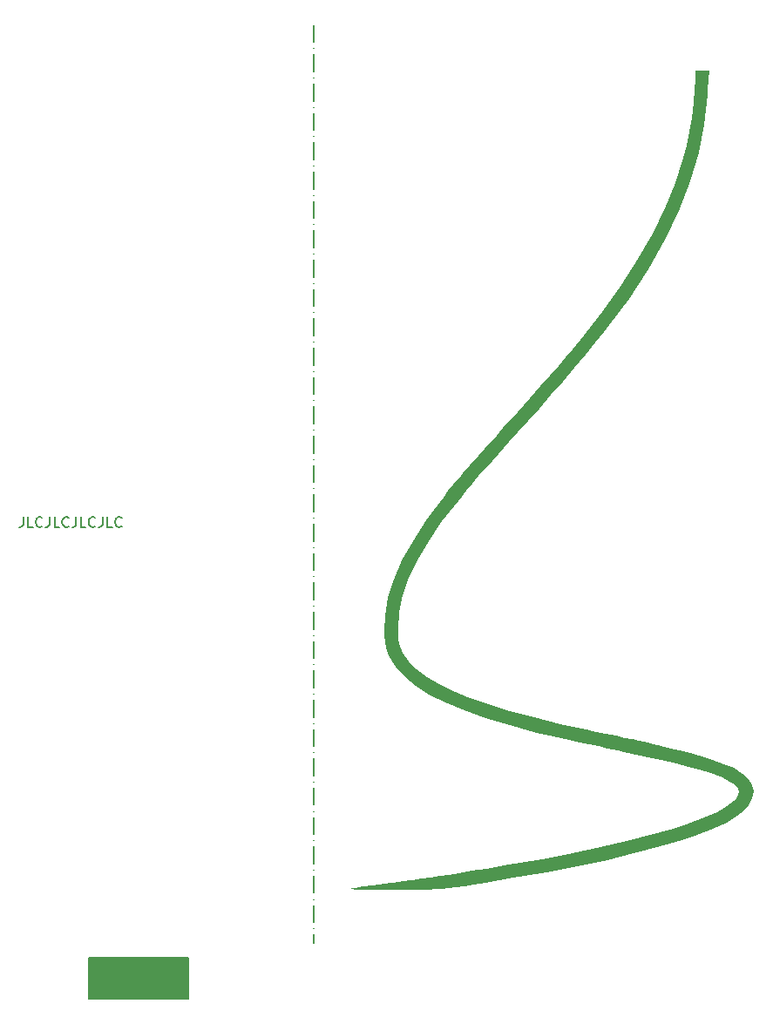
<source format=gbr>
%TF.GenerationSoftware,KiCad,Pcbnew,7.0.2-0*%
%TF.CreationDate,2023-08-14T19:33:41+08:00*%
%TF.ProjectId,Top:bottom_plate,546f703a-626f-4747-946f-6d5f706c6174,rev?*%
%TF.SameCoordinates,Original*%
%TF.FileFunction,Legend,Bot*%
%TF.FilePolarity,Positive*%
%FSLAX46Y46*%
G04 Gerber Fmt 4.6, Leading zero omitted, Abs format (unit mm)*
G04 Created by KiCad (PCBNEW 7.0.2-0) date 2023-08-14 19:33:41*
%MOMM*%
%LPD*%
G01*
G04 APERTURE LIST*
%ADD10C,0.150000*%
G04 APERTURE END LIST*
D10*
X152000000Y-44800000D02*
X152000000Y-46450000D01*
X152000000Y-47050000D02*
X152000000Y-47050000D01*
X152000000Y-47650000D02*
X152000000Y-49300000D01*
X152000000Y-49900000D02*
X152000000Y-49900000D01*
X152000000Y-50500000D02*
X152000000Y-52150000D01*
X152000000Y-52750000D02*
X152000000Y-52750000D01*
X152000000Y-53350000D02*
X152000000Y-55000000D01*
X152000000Y-55600000D02*
X152000000Y-55600000D01*
X152000000Y-56200000D02*
X152000000Y-57850000D01*
X152000000Y-58450000D02*
X152000000Y-58450000D01*
X152000000Y-59050000D02*
X152000000Y-60700000D01*
X152000000Y-61300000D02*
X152000000Y-61300000D01*
X152000000Y-61900000D02*
X152000000Y-63550000D01*
X152000000Y-64150000D02*
X152000000Y-64150000D01*
X152000000Y-64750000D02*
X152000000Y-66400000D01*
X152000000Y-67000000D02*
X152000000Y-67000000D01*
X152000000Y-67600000D02*
X152000000Y-69250000D01*
X152000000Y-69850000D02*
X152000000Y-69850000D01*
X152000000Y-70450000D02*
X152000000Y-72100000D01*
X152000000Y-72700000D02*
X152000000Y-72700000D01*
X152000000Y-73300000D02*
X152000000Y-74950000D01*
X152000000Y-75550000D02*
X152000000Y-75550000D01*
X152000000Y-76150000D02*
X152000000Y-77800000D01*
X152000000Y-78400000D02*
X152000000Y-78400000D01*
X152000000Y-79000000D02*
X152000000Y-80650000D01*
X152000000Y-81250000D02*
X152000000Y-81250000D01*
X152000000Y-81850000D02*
X152000000Y-83500000D01*
X152000000Y-84100000D02*
X152000000Y-84100000D01*
X152000000Y-84700000D02*
X152000000Y-86350000D01*
X152000000Y-86950000D02*
X152000000Y-86950000D01*
X152000000Y-87550000D02*
X152000000Y-89200000D01*
X152000000Y-89800000D02*
X152000000Y-89800000D01*
X152000000Y-90400000D02*
X152000000Y-92050000D01*
X152000000Y-92650000D02*
X152000000Y-92650000D01*
X152000000Y-93250000D02*
X152000000Y-94900000D01*
X152000000Y-95500000D02*
X152000000Y-95500000D01*
X152000000Y-96100000D02*
X152000000Y-97750000D01*
X152000000Y-98350000D02*
X152000000Y-98350000D01*
X152000000Y-98950000D02*
X152000000Y-100600000D01*
X152000000Y-101200000D02*
X152000000Y-101200000D01*
X152000000Y-101800000D02*
X152000000Y-103450000D01*
X152000000Y-104050000D02*
X152000000Y-104050000D01*
X152000000Y-104650000D02*
X152000000Y-106300000D01*
X152000000Y-106900000D02*
X152000000Y-106900000D01*
X152000000Y-107500000D02*
X152000000Y-109150000D01*
X152000000Y-109750000D02*
X152000000Y-109750000D01*
X152000000Y-110350000D02*
X152000000Y-112000000D01*
X152000000Y-112600000D02*
X152000000Y-112600000D01*
X152000000Y-113200000D02*
X152000000Y-114850000D01*
X152000000Y-115450000D02*
X152000000Y-115450000D01*
X152000000Y-116050000D02*
X152000000Y-117700000D01*
X152000000Y-118300000D02*
X152000000Y-118300000D01*
X152000000Y-118900000D02*
X152000000Y-120550000D01*
X152000000Y-121150000D02*
X152000000Y-121150000D01*
X152000000Y-121750000D02*
X152000000Y-123400000D01*
X152000000Y-124000000D02*
X152000000Y-124000000D01*
X152000000Y-124600000D02*
X152000000Y-126250000D01*
X152000000Y-126850000D02*
X152000000Y-126850000D01*
X152000000Y-127450000D02*
X152000000Y-129100000D01*
X152000000Y-129700000D02*
X152000000Y-129700000D01*
X152000000Y-130300000D02*
X152000000Y-131950000D01*
X152000000Y-132550000D02*
X152000000Y-132550000D01*
X152000000Y-133150000D02*
X152000000Y-134000000D01*
X130200000Y-135400000D02*
X139800000Y-135400000D01*
X139800000Y-139400000D01*
X130200000Y-139400000D01*
X130200000Y-135400000D01*
G36*
X130200000Y-135400000D02*
G01*
X139800000Y-135400000D01*
X139800000Y-139400000D01*
X130200000Y-139400000D01*
X130200000Y-135400000D01*
G37*
X123773809Y-92577619D02*
X123773809Y-93291904D01*
X123773809Y-93291904D02*
X123726190Y-93434761D01*
X123726190Y-93434761D02*
X123630952Y-93530000D01*
X123630952Y-93530000D02*
X123488095Y-93577619D01*
X123488095Y-93577619D02*
X123392857Y-93577619D01*
X124726190Y-93577619D02*
X124250000Y-93577619D01*
X124250000Y-93577619D02*
X124250000Y-92577619D01*
X125630952Y-93482380D02*
X125583333Y-93530000D01*
X125583333Y-93530000D02*
X125440476Y-93577619D01*
X125440476Y-93577619D02*
X125345238Y-93577619D01*
X125345238Y-93577619D02*
X125202381Y-93530000D01*
X125202381Y-93530000D02*
X125107143Y-93434761D01*
X125107143Y-93434761D02*
X125059524Y-93339523D01*
X125059524Y-93339523D02*
X125011905Y-93149047D01*
X125011905Y-93149047D02*
X125011905Y-93006190D01*
X125011905Y-93006190D02*
X125059524Y-92815714D01*
X125059524Y-92815714D02*
X125107143Y-92720476D01*
X125107143Y-92720476D02*
X125202381Y-92625238D01*
X125202381Y-92625238D02*
X125345238Y-92577619D01*
X125345238Y-92577619D02*
X125440476Y-92577619D01*
X125440476Y-92577619D02*
X125583333Y-92625238D01*
X125583333Y-92625238D02*
X125630952Y-92672857D01*
X126345238Y-92577619D02*
X126345238Y-93291904D01*
X126345238Y-93291904D02*
X126297619Y-93434761D01*
X126297619Y-93434761D02*
X126202381Y-93530000D01*
X126202381Y-93530000D02*
X126059524Y-93577619D01*
X126059524Y-93577619D02*
X125964286Y-93577619D01*
X127297619Y-93577619D02*
X126821429Y-93577619D01*
X126821429Y-93577619D02*
X126821429Y-92577619D01*
X128202381Y-93482380D02*
X128154762Y-93530000D01*
X128154762Y-93530000D02*
X128011905Y-93577619D01*
X128011905Y-93577619D02*
X127916667Y-93577619D01*
X127916667Y-93577619D02*
X127773810Y-93530000D01*
X127773810Y-93530000D02*
X127678572Y-93434761D01*
X127678572Y-93434761D02*
X127630953Y-93339523D01*
X127630953Y-93339523D02*
X127583334Y-93149047D01*
X127583334Y-93149047D02*
X127583334Y-93006190D01*
X127583334Y-93006190D02*
X127630953Y-92815714D01*
X127630953Y-92815714D02*
X127678572Y-92720476D01*
X127678572Y-92720476D02*
X127773810Y-92625238D01*
X127773810Y-92625238D02*
X127916667Y-92577619D01*
X127916667Y-92577619D02*
X128011905Y-92577619D01*
X128011905Y-92577619D02*
X128154762Y-92625238D01*
X128154762Y-92625238D02*
X128202381Y-92672857D01*
X128916667Y-92577619D02*
X128916667Y-93291904D01*
X128916667Y-93291904D02*
X128869048Y-93434761D01*
X128869048Y-93434761D02*
X128773810Y-93530000D01*
X128773810Y-93530000D02*
X128630953Y-93577619D01*
X128630953Y-93577619D02*
X128535715Y-93577619D01*
X129869048Y-93577619D02*
X129392858Y-93577619D01*
X129392858Y-93577619D02*
X129392858Y-92577619D01*
X130773810Y-93482380D02*
X130726191Y-93530000D01*
X130726191Y-93530000D02*
X130583334Y-93577619D01*
X130583334Y-93577619D02*
X130488096Y-93577619D01*
X130488096Y-93577619D02*
X130345239Y-93530000D01*
X130345239Y-93530000D02*
X130250001Y-93434761D01*
X130250001Y-93434761D02*
X130202382Y-93339523D01*
X130202382Y-93339523D02*
X130154763Y-93149047D01*
X130154763Y-93149047D02*
X130154763Y-93006190D01*
X130154763Y-93006190D02*
X130202382Y-92815714D01*
X130202382Y-92815714D02*
X130250001Y-92720476D01*
X130250001Y-92720476D02*
X130345239Y-92625238D01*
X130345239Y-92625238D02*
X130488096Y-92577619D01*
X130488096Y-92577619D02*
X130583334Y-92577619D01*
X130583334Y-92577619D02*
X130726191Y-92625238D01*
X130726191Y-92625238D02*
X130773810Y-92672857D01*
X131488096Y-92577619D02*
X131488096Y-93291904D01*
X131488096Y-93291904D02*
X131440477Y-93434761D01*
X131440477Y-93434761D02*
X131345239Y-93530000D01*
X131345239Y-93530000D02*
X131202382Y-93577619D01*
X131202382Y-93577619D02*
X131107144Y-93577619D01*
X132440477Y-93577619D02*
X131964287Y-93577619D01*
X131964287Y-93577619D02*
X131964287Y-92577619D01*
X133345239Y-93482380D02*
X133297620Y-93530000D01*
X133297620Y-93530000D02*
X133154763Y-93577619D01*
X133154763Y-93577619D02*
X133059525Y-93577619D01*
X133059525Y-93577619D02*
X132916668Y-93530000D01*
X132916668Y-93530000D02*
X132821430Y-93434761D01*
X132821430Y-93434761D02*
X132773811Y-93339523D01*
X132773811Y-93339523D02*
X132726192Y-93149047D01*
X132726192Y-93149047D02*
X132726192Y-93006190D01*
X132726192Y-93006190D02*
X132773811Y-92815714D01*
X132773811Y-92815714D02*
X132821430Y-92720476D01*
X132821430Y-92720476D02*
X132916668Y-92625238D01*
X132916668Y-92625238D02*
X133059525Y-92577619D01*
X133059525Y-92577619D02*
X133154763Y-92577619D01*
X133154763Y-92577619D02*
X133297620Y-92625238D01*
X133297620Y-92625238D02*
X133345239Y-92672857D01*
%TO.C,G\u002A\u002A\u002A*%
G36*
X190321016Y-51078371D02*
G01*
X190289227Y-51631829D01*
X189977616Y-54429059D01*
X189411910Y-57219171D01*
X188588386Y-60010948D01*
X187503318Y-62813175D01*
X186152981Y-65634634D01*
X184533652Y-68484110D01*
X182641605Y-71370387D01*
X180473116Y-74302247D01*
X180197683Y-74652023D01*
X179374895Y-75670990D01*
X178410931Y-76835523D01*
X177344658Y-78100670D01*
X176214944Y-79421481D01*
X175060656Y-80753003D01*
X173920661Y-82050284D01*
X172833826Y-83268373D01*
X171839019Y-84362318D01*
X170975106Y-85287167D01*
X170818392Y-85456250D01*
X170439613Y-85878114D01*
X169936191Y-86448242D01*
X169345094Y-87123924D01*
X168703290Y-87862450D01*
X168047749Y-88621113D01*
X167415439Y-89357202D01*
X166843328Y-90028009D01*
X166368385Y-90590825D01*
X166027579Y-91002941D01*
X164496923Y-92988284D01*
X163170622Y-94930144D01*
X162094886Y-96776057D01*
X161264733Y-98536630D01*
X160675180Y-100222468D01*
X160321246Y-101844175D01*
X160197947Y-103412359D01*
X160198115Y-103919706D01*
X160217486Y-104480044D01*
X160270198Y-104884933D01*
X160368066Y-105211632D01*
X160522904Y-105537403D01*
X160676650Y-105806565D01*
X161265019Y-106607723D01*
X162035870Y-107372336D01*
X162999488Y-108104770D01*
X164166154Y-108809387D01*
X165546150Y-109490554D01*
X167149758Y-110152632D01*
X168987260Y-110799987D01*
X171068939Y-111436982D01*
X173405076Y-112067982D01*
X176005954Y-112697350D01*
X178881855Y-113329450D01*
X179026599Y-113359911D01*
X180330733Y-113634210D01*
X181398197Y-113858763D01*
X182267642Y-114042169D01*
X182977722Y-114193032D01*
X183567088Y-114319950D01*
X184074395Y-114431527D01*
X184538294Y-114536364D01*
X184997439Y-114643061D01*
X185490481Y-114760221D01*
X186056073Y-114896444D01*
X186732869Y-115060332D01*
X187559520Y-115260487D01*
X188590669Y-115520347D01*
X190263516Y-115999983D01*
X191660944Y-116488300D01*
X192789404Y-116990410D01*
X193655349Y-117511425D01*
X194265231Y-118056454D01*
X194625502Y-118630610D01*
X194742615Y-119239005D01*
X194623021Y-119886748D01*
X194273172Y-120578952D01*
X193883380Y-121046964D01*
X193139429Y-121644473D01*
X192119590Y-122247434D01*
X190829101Y-122854227D01*
X189273199Y-123463234D01*
X187457122Y-124072836D01*
X185386107Y-124681413D01*
X183065392Y-125287348D01*
X180500215Y-125889020D01*
X177695812Y-126484811D01*
X174657422Y-127073102D01*
X171390282Y-127652274D01*
X170002110Y-127888369D01*
X168681384Y-128112101D01*
X167569862Y-128296602D01*
X166629297Y-128445574D01*
X165821441Y-128562715D01*
X165108047Y-128651725D01*
X164450868Y-128716303D01*
X163811657Y-128760150D01*
X163152166Y-128786964D01*
X162434148Y-128800444D01*
X161619356Y-128804292D01*
X160669544Y-128802205D01*
X159546462Y-128797884D01*
X158744741Y-128795670D01*
X157616493Y-128793346D01*
X156730779Y-128789245D01*
X156091589Y-128779424D01*
X155702907Y-128759942D01*
X155568721Y-128726857D01*
X155693019Y-128676227D01*
X156079786Y-128604112D01*
X156733010Y-128506568D01*
X157656679Y-128379654D01*
X158854777Y-128219429D01*
X160331294Y-128021951D01*
X160536052Y-127994391D01*
X161553408Y-127856210D01*
X162461949Y-127729896D01*
X163317431Y-127607020D01*
X164175609Y-127479154D01*
X165092239Y-127337868D01*
X166123076Y-127174734D01*
X167323876Y-126981323D01*
X168750395Y-126749207D01*
X170960735Y-126379553D01*
X174158871Y-125809889D01*
X177133574Y-125236085D01*
X179878676Y-124659826D01*
X182388010Y-124082800D01*
X184655408Y-123506692D01*
X186674702Y-122933189D01*
X188439724Y-122363978D01*
X189944307Y-121800744D01*
X191182284Y-121245176D01*
X192147487Y-120698958D01*
X192833748Y-120163779D01*
X192947021Y-120049099D01*
X193265196Y-119614779D01*
X193339290Y-119222739D01*
X193160113Y-118849725D01*
X192718473Y-118472483D01*
X192005176Y-118067762D01*
X191698926Y-117921801D01*
X191072978Y-117660518D01*
X190333206Y-117396877D01*
X189455674Y-117124396D01*
X188416447Y-116836593D01*
X187191590Y-116526985D01*
X185757166Y-116189090D01*
X184089241Y-115816426D01*
X182163878Y-115402510D01*
X181565847Y-115275641D01*
X180579194Y-115065411D01*
X179666175Y-114869783D01*
X178878195Y-114699821D01*
X178266661Y-114566590D01*
X177882979Y-114481153D01*
X177484059Y-114390098D01*
X176832352Y-114241885D01*
X176077446Y-114070601D01*
X175314440Y-113897843D01*
X173721490Y-113524288D01*
X171083827Y-112836591D01*
X168721347Y-112123348D01*
X166627990Y-111381618D01*
X164797694Y-110608462D01*
X163224402Y-109800942D01*
X161902052Y-108956116D01*
X160824584Y-108071047D01*
X159985940Y-107142794D01*
X159380059Y-106168417D01*
X159219173Y-105824325D01*
X159027557Y-105296688D01*
X158918231Y-104742632D01*
X158859724Y-104032998D01*
X158848639Y-103752761D01*
X158923621Y-102121796D01*
X159236816Y-100432231D01*
X159792145Y-98674875D01*
X160593531Y-96840536D01*
X161644896Y-94920023D01*
X162950162Y-92904144D01*
X164513250Y-90783708D01*
X164585452Y-90691066D01*
X165082735Y-90059403D01*
X165558829Y-89464520D01*
X165962807Y-88969572D01*
X166243744Y-88637710D01*
X166323028Y-88547713D01*
X166696357Y-88121198D01*
X167151981Y-87597785D01*
X167608822Y-87070556D01*
X168011252Y-86609558D01*
X168566425Y-85981506D01*
X169170677Y-85304038D01*
X169749271Y-84661278D01*
X170422313Y-83917351D01*
X171784995Y-82406857D01*
X172981569Y-81073660D01*
X174031440Y-79895841D01*
X174954014Y-78851483D01*
X175768696Y-77918669D01*
X176494890Y-77075480D01*
X177152001Y-76300000D01*
X177909314Y-75387309D01*
X180029783Y-72693150D01*
X181902067Y-70085265D01*
X183537102Y-67544742D01*
X184945827Y-65052673D01*
X186139180Y-62590148D01*
X187128099Y-60138257D01*
X187923522Y-57678090D01*
X187923593Y-57677837D01*
X188226198Y-56482999D01*
X188501859Y-55147862D01*
X188738056Y-53754682D01*
X188922270Y-52385714D01*
X189041979Y-51123217D01*
X189084664Y-50049444D01*
X189084664Y-49187640D01*
X189748806Y-49187640D01*
X190412948Y-49187640D01*
X190321016Y-51078371D01*
G37*
%TD*%
M02*

</source>
